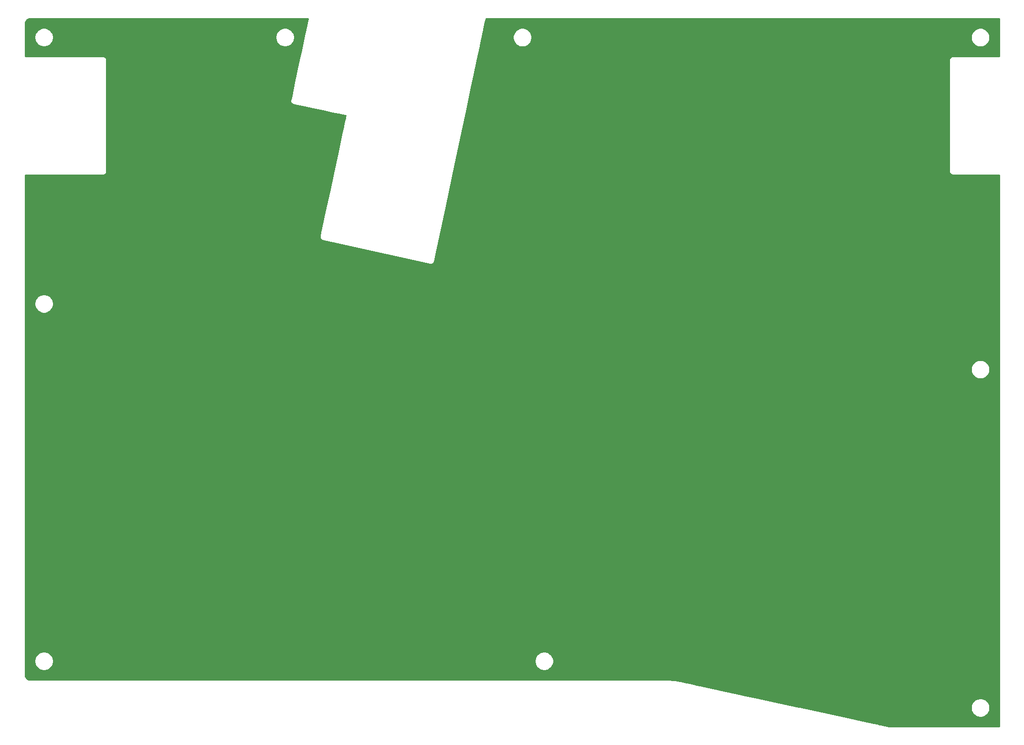
<source format=gtl>
G04 #@! TF.GenerationSoftware,KiCad,Pcbnew,(5.1.5-0-10_14)*
G04 #@! TF.CreationDate,2020-05-14T05:30:03+09:00*
G04 #@! TF.ProjectId,LR-bottom-v02,4c522d62-6f74-4746-9f6d-2d7630322e6b,rev?*
G04 #@! TF.SameCoordinates,Original*
G04 #@! TF.FileFunction,Copper,L1,Top*
G04 #@! TF.FilePolarity,Positive*
%FSLAX46Y46*%
G04 Gerber Fmt 4.6, Leading zero omitted, Abs format (unit mm)*
G04 Created by KiCad (PCBNEW (5.1.5-0-10_14)) date 2020-05-14 05:30:03*
%MOMM*%
%LPD*%
G04 APERTURE LIST*
%ADD10C,0.254000*%
G04 APERTURE END LIST*
D10*
G36*
X110054015Y-29175174D02*
G01*
X110054015Y-29175176D01*
X109979966Y-29523543D01*
X109979964Y-29523552D01*
X109894912Y-29923669D01*
X109799830Y-30370967D01*
X109641470Y-31115946D01*
X109641469Y-31115952D01*
X109402751Y-32238947D01*
X109402741Y-32238992D01*
X109141329Y-33468740D01*
X109141315Y-33468805D01*
X108864935Y-34768956D01*
X108581352Y-36102988D01*
X108581346Y-36103017D01*
X108157871Y-38095119D01*
X108157865Y-38095148D01*
X107640355Y-40529597D01*
X107640355Y-40529598D01*
X107065302Y-43234737D01*
X106976826Y-43650943D01*
X106969893Y-43712748D01*
X106962538Y-43774684D01*
X106962704Y-43776828D01*
X106962466Y-43778950D01*
X106967664Y-43840871D01*
X106972485Y-43903108D01*
X106973063Y-43905174D01*
X106973242Y-43907307D01*
X106990392Y-43967122D01*
X107007186Y-44027156D01*
X107008154Y-44029070D01*
X107008744Y-44031128D01*
X107037206Y-44086512D01*
X107065320Y-44142100D01*
X107066640Y-44143787D01*
X107067620Y-44145695D01*
X107106325Y-44194531D01*
X107144674Y-44243564D01*
X107146297Y-44244963D01*
X107147628Y-44246643D01*
X107195070Y-44287022D01*
X107242223Y-44327682D01*
X107244086Y-44328739D01*
X107245719Y-44330129D01*
X107300147Y-44360550D01*
X107354254Y-44391251D01*
X107356285Y-44391925D01*
X107358159Y-44392973D01*
X107417474Y-44412247D01*
X107476498Y-44431849D01*
X107480502Y-44432727D01*
X107480662Y-44432779D01*
X107480831Y-44432799D01*
X107485500Y-44433823D01*
X107749979Y-44489903D01*
X107750008Y-44489909D01*
X109473207Y-44855296D01*
X109473236Y-44855302D01*
X111027642Y-45184900D01*
X111027671Y-45184906D01*
X112733075Y-45546523D01*
X114405828Y-45901219D01*
X114405857Y-45901225D01*
X115517538Y-46136950D01*
X115517542Y-46136950D01*
X116157317Y-46272614D01*
X116157346Y-46272620D01*
X116685735Y-46384665D01*
X116685739Y-46384665D01*
X116722508Y-46392463D01*
X116684613Y-46570266D01*
X116639269Y-46783019D01*
X116639254Y-46783088D01*
X116563228Y-47139818D01*
X116563227Y-47139824D01*
X116446139Y-47689221D01*
X116446139Y-47689223D01*
X116313332Y-48312382D01*
X116313308Y-48312489D01*
X116089285Y-49363662D01*
X115835133Y-50556207D01*
X115654098Y-51405670D01*
X115654098Y-51405671D01*
X115368098Y-52747668D01*
X114964712Y-54640476D01*
X114964712Y-54640477D01*
X114548539Y-56593291D01*
X113924036Y-59523654D01*
X113156634Y-63124554D01*
X113156634Y-63124555D01*
X112299708Y-67145546D01*
X112174524Y-67732950D01*
X112165216Y-67761410D01*
X112149684Y-67890488D01*
X112159632Y-68020114D01*
X112194677Y-68145310D01*
X112253475Y-68261263D01*
X112333763Y-68363518D01*
X112432457Y-68448144D01*
X112545765Y-68511890D01*
X112638370Y-68542179D01*
X131742784Y-72772852D01*
X131839519Y-72784492D01*
X131969146Y-72774544D01*
X132094342Y-72739499D01*
X132210295Y-72680701D01*
X132312550Y-72600413D01*
X132397176Y-72501719D01*
X132460922Y-72388411D01*
X132501337Y-72264844D01*
X132505577Y-72229611D01*
X132770741Y-70979908D01*
X134516166Y-62753825D01*
X136070928Y-55426310D01*
X137328497Y-49499437D01*
X137328497Y-49499435D01*
X138162026Y-45571038D01*
X138965005Y-41786611D01*
X139530072Y-39123455D01*
X139885557Y-37448055D01*
X139885557Y-37448053D01*
X140219548Y-35873948D01*
X140528967Y-34415647D01*
X140810734Y-33087663D01*
X140968512Y-32344042D01*
X146415000Y-32344042D01*
X146415000Y-32675958D01*
X146479754Y-33001496D01*
X146606772Y-33308147D01*
X146791175Y-33584125D01*
X147025875Y-33818825D01*
X147301853Y-34003228D01*
X147608504Y-34130246D01*
X147934042Y-34195000D01*
X148265958Y-34195000D01*
X148591496Y-34130246D01*
X148898147Y-34003228D01*
X149174125Y-33818825D01*
X149408825Y-33584125D01*
X149593228Y-33308147D01*
X149720246Y-33001496D01*
X149785000Y-32675958D01*
X149785000Y-32344042D01*
X227645000Y-32344042D01*
X227645000Y-32675958D01*
X227709754Y-33001496D01*
X227836772Y-33308147D01*
X228021175Y-33584125D01*
X228255875Y-33818825D01*
X228531853Y-34003228D01*
X228838504Y-34130246D01*
X229164042Y-34195000D01*
X229495958Y-34195000D01*
X229821496Y-34130246D01*
X230128147Y-34003228D01*
X230404125Y-33818825D01*
X230638825Y-33584125D01*
X230823228Y-33308147D01*
X230950246Y-33001496D01*
X231015000Y-32675958D01*
X231015000Y-32344042D01*
X230950246Y-32018504D01*
X230823228Y-31711853D01*
X230638825Y-31435875D01*
X230404125Y-31201175D01*
X230128147Y-31016772D01*
X229821496Y-30889754D01*
X229495958Y-30825000D01*
X229164042Y-30825000D01*
X228838504Y-30889754D01*
X228531853Y-31016772D01*
X228255875Y-31201175D01*
X228021175Y-31435875D01*
X227836772Y-31711853D01*
X227709754Y-32018504D01*
X227645000Y-32344042D01*
X149785000Y-32344042D01*
X149720246Y-32018504D01*
X149593228Y-31711853D01*
X149408825Y-31435875D01*
X149174125Y-31201175D01*
X148898147Y-31016772D01*
X148591496Y-30889754D01*
X148265958Y-30825000D01*
X147934042Y-30825000D01*
X147608504Y-30889754D01*
X147301853Y-31016772D01*
X147025875Y-31201175D01*
X146791175Y-31435875D01*
X146606772Y-31711853D01*
X146479754Y-32018504D01*
X146415000Y-32344042D01*
X140968512Y-32344042D01*
X141061748Y-31904613D01*
X141061772Y-31904506D01*
X141226901Y-31126233D01*
X141326485Y-30656881D01*
X141326485Y-30656877D01*
X141416653Y-30231898D01*
X141497023Y-29853101D01*
X141497023Y-29853097D01*
X141567185Y-29522407D01*
X141567209Y-29522298D01*
X141626825Y-29241310D01*
X141626826Y-29241305D01*
X141642548Y-29167199D01*
X232667848Y-29167199D01*
X232667848Y-35823392D01*
X224497360Y-35823392D01*
X224464941Y-35820199D01*
X224335558Y-35832942D01*
X224211148Y-35870682D01*
X224096491Y-35931967D01*
X223995993Y-36014444D01*
X223913516Y-36114943D01*
X223852231Y-36229600D01*
X223814491Y-36354010D01*
X223804941Y-36450974D01*
X223804942Y-56256020D01*
X223801748Y-56288449D01*
X223814491Y-56417832D01*
X223852231Y-56542242D01*
X223913516Y-56656899D01*
X223995993Y-56757397D01*
X224096491Y-56839874D01*
X224211148Y-56901159D01*
X224335558Y-56938899D01*
X224432522Y-56948449D01*
X224464941Y-56951642D01*
X224497360Y-56948449D01*
X232667848Y-56948449D01*
X232667848Y-154847199D01*
X213884767Y-154847199D01*
X213834003Y-154846980D01*
X213788893Y-154846410D01*
X213736248Y-154845292D01*
X213690501Y-154843933D01*
X213641151Y-154842054D01*
X213598155Y-154840072D01*
X213555314Y-154837772D01*
X213511487Y-154835084D01*
X213467781Y-154832072D01*
X213426164Y-154828893D01*
X213379478Y-154824961D01*
X213335143Y-154820878D01*
X213293692Y-154816745D01*
X213250621Y-154812129D01*
X213210188Y-154807497D01*
X213167808Y-154802333D01*
X213126888Y-154797046D01*
X213086610Y-154791549D01*
X213044807Y-154785542D01*
X213005914Y-154779670D01*
X212963739Y-154772997D01*
X212921758Y-154766038D01*
X212879173Y-154758654D01*
X212840186Y-154751608D01*
X212800023Y-154744062D01*
X212761802Y-154736607D01*
X212723844Y-154728938D01*
X212676620Y-154719035D01*
X212664876Y-154716510D01*
X212553275Y-154692280D01*
X212553273Y-154692280D01*
X212301911Y-154637705D01*
X212301910Y-154637705D01*
X212301906Y-154637704D01*
X212018709Y-154576220D01*
X212018661Y-154576209D01*
X211704589Y-154508023D01*
X211448524Y-154452430D01*
X211448525Y-154452430D01*
X211448520Y-154452429D01*
X211269338Y-154413529D01*
X211269332Y-154413528D01*
X210988200Y-154352494D01*
X210988123Y-154352477D01*
X210380881Y-154220646D01*
X210380879Y-154220646D01*
X209708345Y-154074641D01*
X209708315Y-154074634D01*
X209231195Y-153971052D01*
X209231189Y-153971051D01*
X208474491Y-153806777D01*
X207385426Y-153570347D01*
X207385422Y-153570346D01*
X206216957Y-153316682D01*
X206216927Y-153316675D01*
X204340956Y-152909416D01*
X204340850Y-152909392D01*
X201627592Y-152320368D01*
X201627590Y-152320368D01*
X197273420Y-151375119D01*
X197130268Y-151344042D01*
X227645000Y-151344042D01*
X227645000Y-151675958D01*
X227709754Y-152001496D01*
X227836772Y-152308147D01*
X228021175Y-152584125D01*
X228255875Y-152818825D01*
X228531853Y-153003228D01*
X228838504Y-153130246D01*
X229164042Y-153195000D01*
X229495958Y-153195000D01*
X229821496Y-153130246D01*
X230128147Y-153003228D01*
X230404125Y-152818825D01*
X230638825Y-152584125D01*
X230823228Y-152308147D01*
X230950246Y-152001496D01*
X231015000Y-151675958D01*
X231015000Y-151344042D01*
X230950246Y-151018504D01*
X230823228Y-150711853D01*
X230638825Y-150435875D01*
X230404125Y-150201175D01*
X230128147Y-150016772D01*
X229821496Y-149889754D01*
X229495958Y-149825000D01*
X229164042Y-149825000D01*
X228838504Y-149889754D01*
X228531853Y-150016772D01*
X228255875Y-150201175D01*
X228021175Y-150435875D01*
X227836772Y-150711853D01*
X227709754Y-151018504D01*
X227645000Y-151344042D01*
X197130268Y-151344042D01*
X192752021Y-150393567D01*
X189771231Y-149746467D01*
X189771201Y-149746460D01*
X187602475Y-149275650D01*
X186199859Y-148971155D01*
X186199851Y-148971154D01*
X184177460Y-148532109D01*
X184177452Y-148532108D01*
X182301385Y-148124828D01*
X181132886Y-147871155D01*
X180043821Y-147634725D01*
X179042581Y-147417361D01*
X179042551Y-147417354D01*
X178137436Y-147220856D01*
X178137430Y-147220855D01*
X177336840Y-147047047D01*
X177336832Y-147047046D01*
X176813795Y-146933494D01*
X176813736Y-146933481D01*
X176615072Y-146890350D01*
X176615069Y-146890350D01*
X176538517Y-146873730D01*
X176538452Y-146873715D01*
X176426888Y-146849495D01*
X176426885Y-146849495D01*
X176216426Y-146803802D01*
X175965109Y-146749239D01*
X175965061Y-146749228D01*
X175853055Y-146724911D01*
X175852919Y-146724895D01*
X175850332Y-146724326D01*
X175805854Y-146714866D01*
X175805691Y-146714848D01*
X175801414Y-146713938D01*
X175759500Y-146705324D01*
X175759341Y-146705307D01*
X175755169Y-146704449D01*
X175711890Y-146695856D01*
X175711730Y-146695840D01*
X175707315Y-146694964D01*
X175661357Y-146686176D01*
X175661191Y-146686161D01*
X175656807Y-146685323D01*
X175613422Y-146677342D01*
X175613265Y-146677329D01*
X175608906Y-146676527D01*
X175564155Y-146668616D01*
X175563988Y-146668603D01*
X175559603Y-146667828D01*
X175514801Y-146660231D01*
X175514638Y-146660220D01*
X175510207Y-146659469D01*
X175465357Y-146652189D01*
X175465200Y-146652179D01*
X175460614Y-146651436D01*
X175413074Y-146644074D01*
X175412910Y-146644065D01*
X175408432Y-146643372D01*
X175364809Y-146636934D01*
X175364640Y-146636926D01*
X175360107Y-146636258D01*
X175312473Y-146629578D01*
X175312313Y-146629571D01*
X175307618Y-146628915D01*
X175259937Y-146622589D01*
X175259768Y-146622583D01*
X175255100Y-146621966D01*
X175208704Y-146616159D01*
X175208545Y-146616155D01*
X175204007Y-146615588D01*
X175158896Y-146610270D01*
X175158734Y-146610267D01*
X175154253Y-146609739D01*
X175109108Y-146604741D01*
X175108944Y-146604739D01*
X175104424Y-146604239D01*
X175057580Y-146599391D01*
X175057415Y-146599390D01*
X175052792Y-146598913D01*
X175006583Y-146594471D01*
X175006416Y-146594471D01*
X175001795Y-146594029D01*
X174955220Y-146589894D01*
X174955058Y-146589895D01*
X174950333Y-146589478D01*
X174901733Y-146585527D01*
X174901567Y-146585530D01*
X174896723Y-146585139D01*
X174848092Y-146581558D01*
X174847928Y-146581562D01*
X174842906Y-146581197D01*
X174790914Y-146577780D01*
X174790754Y-146577785D01*
X174785737Y-146577460D01*
X174737721Y-146574683D01*
X174737561Y-146574689D01*
X174732806Y-146574417D01*
X174684766Y-146571998D01*
X174684605Y-146572006D01*
X174679810Y-146571767D01*
X174631749Y-146569709D01*
X174631586Y-146569718D01*
X174626685Y-146569512D01*
X174577272Y-146567776D01*
X174577115Y-146567786D01*
X174572017Y-146567612D01*
X174519916Y-146566197D01*
X174519750Y-146566209D01*
X174514558Y-146566074D01*
X174462440Y-146565082D01*
X174462288Y-146565094D01*
X174456853Y-146564999D01*
X174402051Y-146564420D01*
X174401889Y-146564434D01*
X174397118Y-146564386D01*
X174357015Y-146564262D01*
X174356905Y-146564272D01*
X174354974Y-146564259D01*
X60858289Y-146564259D01*
X60822928Y-146563695D01*
X60794246Y-146562346D01*
X60766806Y-146560229D01*
X60740230Y-146557405D01*
X60714508Y-146553937D01*
X60688004Y-146549597D01*
X60660656Y-146544304D01*
X60637113Y-146539067D01*
X60612976Y-146533030D01*
X60590321Y-146526736D01*
X60565389Y-146519096D01*
X60543592Y-146511794D01*
X60522347Y-146504090D01*
X60499167Y-146495017D01*
X60478766Y-146486438D01*
X60457383Y-146476825D01*
X60436765Y-146466939D01*
X60416199Y-146456452D01*
X60397226Y-146446198D01*
X60377513Y-146434935D01*
X60357996Y-146423149D01*
X60339965Y-146411673D01*
X60322066Y-146399695D01*
X60304376Y-146387256D01*
X60287006Y-146374435D01*
X60269735Y-146361056D01*
X60253080Y-146347530D01*
X60237305Y-146334118D01*
X60221421Y-146319989D01*
X60205879Y-146305519D01*
X60189256Y-146289318D01*
X60173266Y-146272977D01*
X60158959Y-146257682D01*
X60144912Y-146241971D01*
X60131116Y-146225818D01*
X60117990Y-146209734D01*
X60104501Y-146192411D01*
X60092307Y-146175993D01*
X60078619Y-146156623D01*
X60066012Y-146137823D01*
X60054305Y-146119437D01*
X60043015Y-146100755D01*
X60031949Y-146081433D01*
X60021286Y-146061746D01*
X60011338Y-146042291D01*
X60001231Y-146021288D01*
X59991007Y-145998588D01*
X59982422Y-145978181D01*
X59973848Y-145956322D01*
X59966083Y-145934999D01*
X59958565Y-145912644D01*
X59950588Y-145886644D01*
X59944346Y-145864170D01*
X59938197Y-145839563D01*
X59932918Y-145815783D01*
X59928023Y-145790563D01*
X59923891Y-145765674D01*
X59920050Y-145737636D01*
X59917192Y-145710987D01*
X59915013Y-145682923D01*
X59913650Y-145654013D01*
X59913096Y-145619937D01*
X59913096Y-143054042D01*
X61565000Y-143054042D01*
X61565000Y-143385958D01*
X61629754Y-143711496D01*
X61756772Y-144018147D01*
X61941175Y-144294125D01*
X62175875Y-144528825D01*
X62451853Y-144713228D01*
X62758504Y-144840246D01*
X63084042Y-144905000D01*
X63415958Y-144905000D01*
X63741496Y-144840246D01*
X64048147Y-144713228D01*
X64324125Y-144528825D01*
X64558825Y-144294125D01*
X64743228Y-144018147D01*
X64870246Y-143711496D01*
X64935000Y-143385958D01*
X64935000Y-143054042D01*
X150275000Y-143054042D01*
X150275000Y-143385958D01*
X150339754Y-143711496D01*
X150466772Y-144018147D01*
X150651175Y-144294125D01*
X150885875Y-144528825D01*
X151161853Y-144713228D01*
X151468504Y-144840246D01*
X151794042Y-144905000D01*
X152125958Y-144905000D01*
X152451496Y-144840246D01*
X152758147Y-144713228D01*
X153034125Y-144528825D01*
X153268825Y-144294125D01*
X153453228Y-144018147D01*
X153580246Y-143711496D01*
X153645000Y-143385958D01*
X153645000Y-143054042D01*
X153580246Y-142728504D01*
X153453228Y-142421853D01*
X153268825Y-142145875D01*
X153034125Y-141911175D01*
X152758147Y-141726772D01*
X152451496Y-141599754D01*
X152125958Y-141535000D01*
X151794042Y-141535000D01*
X151468504Y-141599754D01*
X151161853Y-141726772D01*
X150885875Y-141911175D01*
X150651175Y-142145875D01*
X150466772Y-142421853D01*
X150339754Y-142728504D01*
X150275000Y-143054042D01*
X64935000Y-143054042D01*
X64870246Y-142728504D01*
X64743228Y-142421853D01*
X64558825Y-142145875D01*
X64324125Y-141911175D01*
X64048147Y-141726772D01*
X63741496Y-141599754D01*
X63415958Y-141535000D01*
X63084042Y-141535000D01*
X62758504Y-141599754D01*
X62451853Y-141726772D01*
X62175875Y-141911175D01*
X61941175Y-142145875D01*
X61756772Y-142421853D01*
X61629754Y-142728504D01*
X61565000Y-143054042D01*
X59913096Y-143054042D01*
X59913096Y-91284042D01*
X227645000Y-91284042D01*
X227645000Y-91615958D01*
X227709754Y-91941496D01*
X227836772Y-92248147D01*
X228021175Y-92524125D01*
X228255875Y-92758825D01*
X228531853Y-92943228D01*
X228838504Y-93070246D01*
X229164042Y-93135000D01*
X229495958Y-93135000D01*
X229821496Y-93070246D01*
X230128147Y-92943228D01*
X230404125Y-92758825D01*
X230638825Y-92524125D01*
X230823228Y-92248147D01*
X230950246Y-91941496D01*
X231015000Y-91615958D01*
X231015000Y-91284042D01*
X230950246Y-90958504D01*
X230823228Y-90651853D01*
X230638825Y-90375875D01*
X230404125Y-90141175D01*
X230128147Y-89956772D01*
X229821496Y-89829754D01*
X229495958Y-89765000D01*
X229164042Y-89765000D01*
X228838504Y-89829754D01*
X228531853Y-89956772D01*
X228255875Y-90141175D01*
X228021175Y-90375875D01*
X227836772Y-90651853D01*
X227709754Y-90958504D01*
X227645000Y-91284042D01*
X59913096Y-91284042D01*
X59913096Y-79614042D01*
X61565000Y-79614042D01*
X61565000Y-79945958D01*
X61629754Y-80271496D01*
X61756772Y-80578147D01*
X61941175Y-80854125D01*
X62175875Y-81088825D01*
X62451853Y-81273228D01*
X62758504Y-81400246D01*
X63084042Y-81465000D01*
X63415958Y-81465000D01*
X63741496Y-81400246D01*
X64048147Y-81273228D01*
X64324125Y-81088825D01*
X64558825Y-80854125D01*
X64743228Y-80578147D01*
X64870246Y-80271496D01*
X64935000Y-79945958D01*
X64935000Y-79614042D01*
X64870246Y-79288504D01*
X64743228Y-78981853D01*
X64558825Y-78705875D01*
X64324125Y-78471175D01*
X64048147Y-78286772D01*
X63741496Y-78159754D01*
X63415958Y-78095000D01*
X63084042Y-78095000D01*
X62758504Y-78159754D01*
X62451853Y-78286772D01*
X62175875Y-78471175D01*
X61941175Y-78705875D01*
X61756772Y-78981853D01*
X61629754Y-79288504D01*
X61565000Y-79614042D01*
X59913096Y-79614042D01*
X59913096Y-56948449D01*
X73690295Y-56948449D01*
X73722714Y-56951642D01*
X73852096Y-56938899D01*
X73976506Y-56901159D01*
X74091163Y-56839874D01*
X74191662Y-56757397D01*
X74274139Y-56656899D01*
X74335424Y-56542242D01*
X74373164Y-56417832D01*
X74382714Y-56320868D01*
X74382714Y-36573553D01*
X74385907Y-36541134D01*
X74373164Y-36411751D01*
X74335424Y-36287341D01*
X74274139Y-36172684D01*
X74191662Y-36072186D01*
X74091164Y-35989709D01*
X73976507Y-35928424D01*
X73852097Y-35890684D01*
X73785217Y-35884097D01*
X73722714Y-35877941D01*
X73690295Y-35881134D01*
X59913096Y-35881134D01*
X59913096Y-32334042D01*
X61565000Y-32334042D01*
X61565000Y-32665958D01*
X61629754Y-32991496D01*
X61756772Y-33298147D01*
X61941175Y-33574125D01*
X62175875Y-33808825D01*
X62451853Y-33993228D01*
X62758504Y-34120246D01*
X63084042Y-34185000D01*
X63415958Y-34185000D01*
X63741496Y-34120246D01*
X64048147Y-33993228D01*
X64324125Y-33808825D01*
X64558825Y-33574125D01*
X64743228Y-33298147D01*
X64870246Y-32991496D01*
X64935000Y-32665958D01*
X64935000Y-32334042D01*
X104315000Y-32334042D01*
X104315000Y-32665958D01*
X104379754Y-32991496D01*
X104506772Y-33298147D01*
X104691175Y-33574125D01*
X104925875Y-33808825D01*
X105201853Y-33993228D01*
X105508504Y-34120246D01*
X105834042Y-34185000D01*
X106165958Y-34185000D01*
X106491496Y-34120246D01*
X106798147Y-33993228D01*
X107074125Y-33808825D01*
X107308825Y-33574125D01*
X107493228Y-33298147D01*
X107620246Y-32991496D01*
X107685000Y-32665958D01*
X107685000Y-32334042D01*
X107620246Y-32008504D01*
X107493228Y-31701853D01*
X107308825Y-31425875D01*
X107074125Y-31191175D01*
X106798147Y-31006772D01*
X106491496Y-30879754D01*
X106165958Y-30815000D01*
X105834042Y-30815000D01*
X105508504Y-30879754D01*
X105201853Y-31006772D01*
X104925875Y-31191175D01*
X104691175Y-31425875D01*
X104506772Y-31701853D01*
X104379754Y-32008504D01*
X104315000Y-32334042D01*
X64935000Y-32334042D01*
X64870246Y-32008504D01*
X64743228Y-31701853D01*
X64558825Y-31425875D01*
X64324125Y-31191175D01*
X64048147Y-31006772D01*
X63741496Y-30879754D01*
X63415958Y-30815000D01*
X63084042Y-30815000D01*
X62758504Y-30879754D01*
X62451853Y-31006772D01*
X62175875Y-31191175D01*
X61941175Y-31425875D01*
X61756772Y-31701853D01*
X61629754Y-32008504D01*
X61565000Y-32334042D01*
X59913096Y-32334042D01*
X59913096Y-30112204D01*
X59913620Y-30077578D01*
X59914933Y-30048734D01*
X59917022Y-30020987D01*
X59919800Y-29994361D01*
X59923315Y-29967951D01*
X59927510Y-29942048D01*
X59932449Y-29916182D01*
X59937760Y-29891971D01*
X59943546Y-29868591D01*
X59950614Y-29843021D01*
X59957687Y-29819904D01*
X59965434Y-29796771D01*
X59973504Y-29774612D01*
X59983212Y-29750022D01*
X59992166Y-29728977D01*
X60001402Y-29708661D01*
X60010928Y-29688967D01*
X60021288Y-29668788D01*
X60031824Y-29649427D01*
X60043173Y-29629701D01*
X60054179Y-29611567D01*
X60065866Y-29593273D01*
X60077655Y-29575707D01*
X60090082Y-29558071D01*
X60103106Y-29540460D01*
X60116217Y-29523552D01*
X60129552Y-29507133D01*
X60143190Y-29491088D01*
X60158339Y-29474077D01*
X60173199Y-29458153D01*
X60187663Y-29443336D01*
X60202893Y-29428406D01*
X60218353Y-29413917D01*
X60233927Y-29399961D01*
X60251851Y-29384639D01*
X60268459Y-29371102D01*
X60285149Y-29358116D01*
X60301865Y-29345702D01*
X60321920Y-29331535D01*
X60339171Y-29319956D01*
X60357467Y-29308268D01*
X60375688Y-29297209D01*
X60394614Y-29286309D01*
X60413731Y-29275885D01*
X60434971Y-29264965D01*
X60454546Y-29255496D01*
X60474984Y-29246203D01*
X60495367Y-29237522D01*
X60518326Y-29228418D01*
X60540230Y-29220375D01*
X60561942Y-29213016D01*
X60584528Y-29205991D01*
X60608231Y-29199288D01*
X60632008Y-29193240D01*
X60656364Y-29187733D01*
X60681809Y-29182707D01*
X60708476Y-29178219D01*
X60734214Y-29174633D01*
X60761345Y-29171635D01*
X60788458Y-29169426D01*
X60817265Y-29167932D01*
X60851231Y-29167207D01*
X60854064Y-29167199D01*
X110055710Y-29167199D01*
X110054015Y-29175174D01*
G37*
X110054015Y-29175174D02*
X110054015Y-29175176D01*
X109979966Y-29523543D01*
X109979964Y-29523552D01*
X109894912Y-29923669D01*
X109799830Y-30370967D01*
X109641470Y-31115946D01*
X109641469Y-31115952D01*
X109402751Y-32238947D01*
X109402741Y-32238992D01*
X109141329Y-33468740D01*
X109141315Y-33468805D01*
X108864935Y-34768956D01*
X108581352Y-36102988D01*
X108581346Y-36103017D01*
X108157871Y-38095119D01*
X108157865Y-38095148D01*
X107640355Y-40529597D01*
X107640355Y-40529598D01*
X107065302Y-43234737D01*
X106976826Y-43650943D01*
X106969893Y-43712748D01*
X106962538Y-43774684D01*
X106962704Y-43776828D01*
X106962466Y-43778950D01*
X106967664Y-43840871D01*
X106972485Y-43903108D01*
X106973063Y-43905174D01*
X106973242Y-43907307D01*
X106990392Y-43967122D01*
X107007186Y-44027156D01*
X107008154Y-44029070D01*
X107008744Y-44031128D01*
X107037206Y-44086512D01*
X107065320Y-44142100D01*
X107066640Y-44143787D01*
X107067620Y-44145695D01*
X107106325Y-44194531D01*
X107144674Y-44243564D01*
X107146297Y-44244963D01*
X107147628Y-44246643D01*
X107195070Y-44287022D01*
X107242223Y-44327682D01*
X107244086Y-44328739D01*
X107245719Y-44330129D01*
X107300147Y-44360550D01*
X107354254Y-44391251D01*
X107356285Y-44391925D01*
X107358159Y-44392973D01*
X107417474Y-44412247D01*
X107476498Y-44431849D01*
X107480502Y-44432727D01*
X107480662Y-44432779D01*
X107480831Y-44432799D01*
X107485500Y-44433823D01*
X107749979Y-44489903D01*
X107750008Y-44489909D01*
X109473207Y-44855296D01*
X109473236Y-44855302D01*
X111027642Y-45184900D01*
X111027671Y-45184906D01*
X112733075Y-45546523D01*
X114405828Y-45901219D01*
X114405857Y-45901225D01*
X115517538Y-46136950D01*
X115517542Y-46136950D01*
X116157317Y-46272614D01*
X116157346Y-46272620D01*
X116685735Y-46384665D01*
X116685739Y-46384665D01*
X116722508Y-46392463D01*
X116684613Y-46570266D01*
X116639269Y-46783019D01*
X116639254Y-46783088D01*
X116563228Y-47139818D01*
X116563227Y-47139824D01*
X116446139Y-47689221D01*
X116446139Y-47689223D01*
X116313332Y-48312382D01*
X116313308Y-48312489D01*
X116089285Y-49363662D01*
X115835133Y-50556207D01*
X115654098Y-51405670D01*
X115654098Y-51405671D01*
X115368098Y-52747668D01*
X114964712Y-54640476D01*
X114964712Y-54640477D01*
X114548539Y-56593291D01*
X113924036Y-59523654D01*
X113156634Y-63124554D01*
X113156634Y-63124555D01*
X112299708Y-67145546D01*
X112174524Y-67732950D01*
X112165216Y-67761410D01*
X112149684Y-67890488D01*
X112159632Y-68020114D01*
X112194677Y-68145310D01*
X112253475Y-68261263D01*
X112333763Y-68363518D01*
X112432457Y-68448144D01*
X112545765Y-68511890D01*
X112638370Y-68542179D01*
X131742784Y-72772852D01*
X131839519Y-72784492D01*
X131969146Y-72774544D01*
X132094342Y-72739499D01*
X132210295Y-72680701D01*
X132312550Y-72600413D01*
X132397176Y-72501719D01*
X132460922Y-72388411D01*
X132501337Y-72264844D01*
X132505577Y-72229611D01*
X132770741Y-70979908D01*
X134516166Y-62753825D01*
X136070928Y-55426310D01*
X137328497Y-49499437D01*
X137328497Y-49499435D01*
X138162026Y-45571038D01*
X138965005Y-41786611D01*
X139530072Y-39123455D01*
X139885557Y-37448055D01*
X139885557Y-37448053D01*
X140219548Y-35873948D01*
X140528967Y-34415647D01*
X140810734Y-33087663D01*
X140968512Y-32344042D01*
X146415000Y-32344042D01*
X146415000Y-32675958D01*
X146479754Y-33001496D01*
X146606772Y-33308147D01*
X146791175Y-33584125D01*
X147025875Y-33818825D01*
X147301853Y-34003228D01*
X147608504Y-34130246D01*
X147934042Y-34195000D01*
X148265958Y-34195000D01*
X148591496Y-34130246D01*
X148898147Y-34003228D01*
X149174125Y-33818825D01*
X149408825Y-33584125D01*
X149593228Y-33308147D01*
X149720246Y-33001496D01*
X149785000Y-32675958D01*
X149785000Y-32344042D01*
X227645000Y-32344042D01*
X227645000Y-32675958D01*
X227709754Y-33001496D01*
X227836772Y-33308147D01*
X228021175Y-33584125D01*
X228255875Y-33818825D01*
X228531853Y-34003228D01*
X228838504Y-34130246D01*
X229164042Y-34195000D01*
X229495958Y-34195000D01*
X229821496Y-34130246D01*
X230128147Y-34003228D01*
X230404125Y-33818825D01*
X230638825Y-33584125D01*
X230823228Y-33308147D01*
X230950246Y-33001496D01*
X231015000Y-32675958D01*
X231015000Y-32344042D01*
X230950246Y-32018504D01*
X230823228Y-31711853D01*
X230638825Y-31435875D01*
X230404125Y-31201175D01*
X230128147Y-31016772D01*
X229821496Y-30889754D01*
X229495958Y-30825000D01*
X229164042Y-30825000D01*
X228838504Y-30889754D01*
X228531853Y-31016772D01*
X228255875Y-31201175D01*
X228021175Y-31435875D01*
X227836772Y-31711853D01*
X227709754Y-32018504D01*
X227645000Y-32344042D01*
X149785000Y-32344042D01*
X149720246Y-32018504D01*
X149593228Y-31711853D01*
X149408825Y-31435875D01*
X149174125Y-31201175D01*
X148898147Y-31016772D01*
X148591496Y-30889754D01*
X148265958Y-30825000D01*
X147934042Y-30825000D01*
X147608504Y-30889754D01*
X147301853Y-31016772D01*
X147025875Y-31201175D01*
X146791175Y-31435875D01*
X146606772Y-31711853D01*
X146479754Y-32018504D01*
X146415000Y-32344042D01*
X140968512Y-32344042D01*
X141061748Y-31904613D01*
X141061772Y-31904506D01*
X141226901Y-31126233D01*
X141326485Y-30656881D01*
X141326485Y-30656877D01*
X141416653Y-30231898D01*
X141497023Y-29853101D01*
X141497023Y-29853097D01*
X141567185Y-29522407D01*
X141567209Y-29522298D01*
X141626825Y-29241310D01*
X141626826Y-29241305D01*
X141642548Y-29167199D01*
X232667848Y-29167199D01*
X232667848Y-35823392D01*
X224497360Y-35823392D01*
X224464941Y-35820199D01*
X224335558Y-35832942D01*
X224211148Y-35870682D01*
X224096491Y-35931967D01*
X223995993Y-36014444D01*
X223913516Y-36114943D01*
X223852231Y-36229600D01*
X223814491Y-36354010D01*
X223804941Y-36450974D01*
X223804942Y-56256020D01*
X223801748Y-56288449D01*
X223814491Y-56417832D01*
X223852231Y-56542242D01*
X223913516Y-56656899D01*
X223995993Y-56757397D01*
X224096491Y-56839874D01*
X224211148Y-56901159D01*
X224335558Y-56938899D01*
X224432522Y-56948449D01*
X224464941Y-56951642D01*
X224497360Y-56948449D01*
X232667848Y-56948449D01*
X232667848Y-154847199D01*
X213884767Y-154847199D01*
X213834003Y-154846980D01*
X213788893Y-154846410D01*
X213736248Y-154845292D01*
X213690501Y-154843933D01*
X213641151Y-154842054D01*
X213598155Y-154840072D01*
X213555314Y-154837772D01*
X213511487Y-154835084D01*
X213467781Y-154832072D01*
X213426164Y-154828893D01*
X213379478Y-154824961D01*
X213335143Y-154820878D01*
X213293692Y-154816745D01*
X213250621Y-154812129D01*
X213210188Y-154807497D01*
X213167808Y-154802333D01*
X213126888Y-154797046D01*
X213086610Y-154791549D01*
X213044807Y-154785542D01*
X213005914Y-154779670D01*
X212963739Y-154772997D01*
X212921758Y-154766038D01*
X212879173Y-154758654D01*
X212840186Y-154751608D01*
X212800023Y-154744062D01*
X212761802Y-154736607D01*
X212723844Y-154728938D01*
X212676620Y-154719035D01*
X212664876Y-154716510D01*
X212553275Y-154692280D01*
X212553273Y-154692280D01*
X212301911Y-154637705D01*
X212301910Y-154637705D01*
X212301906Y-154637704D01*
X212018709Y-154576220D01*
X212018661Y-154576209D01*
X211704589Y-154508023D01*
X211448524Y-154452430D01*
X211448525Y-154452430D01*
X211448520Y-154452429D01*
X211269338Y-154413529D01*
X211269332Y-154413528D01*
X210988200Y-154352494D01*
X210988123Y-154352477D01*
X210380881Y-154220646D01*
X210380879Y-154220646D01*
X209708345Y-154074641D01*
X209708315Y-154074634D01*
X209231195Y-153971052D01*
X209231189Y-153971051D01*
X208474491Y-153806777D01*
X207385426Y-153570347D01*
X207385422Y-153570346D01*
X206216957Y-153316682D01*
X206216927Y-153316675D01*
X204340956Y-152909416D01*
X204340850Y-152909392D01*
X201627592Y-152320368D01*
X201627590Y-152320368D01*
X197273420Y-151375119D01*
X197130268Y-151344042D01*
X227645000Y-151344042D01*
X227645000Y-151675958D01*
X227709754Y-152001496D01*
X227836772Y-152308147D01*
X228021175Y-152584125D01*
X228255875Y-152818825D01*
X228531853Y-153003228D01*
X228838504Y-153130246D01*
X229164042Y-153195000D01*
X229495958Y-153195000D01*
X229821496Y-153130246D01*
X230128147Y-153003228D01*
X230404125Y-152818825D01*
X230638825Y-152584125D01*
X230823228Y-152308147D01*
X230950246Y-152001496D01*
X231015000Y-151675958D01*
X231015000Y-151344042D01*
X230950246Y-151018504D01*
X230823228Y-150711853D01*
X230638825Y-150435875D01*
X230404125Y-150201175D01*
X230128147Y-150016772D01*
X229821496Y-149889754D01*
X229495958Y-149825000D01*
X229164042Y-149825000D01*
X228838504Y-149889754D01*
X228531853Y-150016772D01*
X228255875Y-150201175D01*
X228021175Y-150435875D01*
X227836772Y-150711853D01*
X227709754Y-151018504D01*
X227645000Y-151344042D01*
X197130268Y-151344042D01*
X192752021Y-150393567D01*
X189771231Y-149746467D01*
X189771201Y-149746460D01*
X187602475Y-149275650D01*
X186199859Y-148971155D01*
X186199851Y-148971154D01*
X184177460Y-148532109D01*
X184177452Y-148532108D01*
X182301385Y-148124828D01*
X181132886Y-147871155D01*
X180043821Y-147634725D01*
X179042581Y-147417361D01*
X179042551Y-147417354D01*
X178137436Y-147220856D01*
X178137430Y-147220855D01*
X177336840Y-147047047D01*
X177336832Y-147047046D01*
X176813795Y-146933494D01*
X176813736Y-146933481D01*
X176615072Y-146890350D01*
X176615069Y-146890350D01*
X176538517Y-146873730D01*
X176538452Y-146873715D01*
X176426888Y-146849495D01*
X176426885Y-146849495D01*
X176216426Y-146803802D01*
X175965109Y-146749239D01*
X175965061Y-146749228D01*
X175853055Y-146724911D01*
X175852919Y-146724895D01*
X175850332Y-146724326D01*
X175805854Y-146714866D01*
X175805691Y-146714848D01*
X175801414Y-146713938D01*
X175759500Y-146705324D01*
X175759341Y-146705307D01*
X175755169Y-146704449D01*
X175711890Y-146695856D01*
X175711730Y-146695840D01*
X175707315Y-146694964D01*
X175661357Y-146686176D01*
X175661191Y-146686161D01*
X175656807Y-146685323D01*
X175613422Y-146677342D01*
X175613265Y-146677329D01*
X175608906Y-146676527D01*
X175564155Y-146668616D01*
X175563988Y-146668603D01*
X175559603Y-146667828D01*
X175514801Y-146660231D01*
X175514638Y-146660220D01*
X175510207Y-146659469D01*
X175465357Y-146652189D01*
X175465200Y-146652179D01*
X175460614Y-146651436D01*
X175413074Y-146644074D01*
X175412910Y-146644065D01*
X175408432Y-146643372D01*
X175364809Y-146636934D01*
X175364640Y-146636926D01*
X175360107Y-146636258D01*
X175312473Y-146629578D01*
X175312313Y-146629571D01*
X175307618Y-146628915D01*
X175259937Y-146622589D01*
X175259768Y-146622583D01*
X175255100Y-146621966D01*
X175208704Y-146616159D01*
X175208545Y-146616155D01*
X175204007Y-146615588D01*
X175158896Y-146610270D01*
X175158734Y-146610267D01*
X175154253Y-146609739D01*
X175109108Y-146604741D01*
X175108944Y-146604739D01*
X175104424Y-146604239D01*
X175057580Y-146599391D01*
X175057415Y-146599390D01*
X175052792Y-146598913D01*
X175006583Y-146594471D01*
X175006416Y-146594471D01*
X175001795Y-146594029D01*
X174955220Y-146589894D01*
X174955058Y-146589895D01*
X174950333Y-146589478D01*
X174901733Y-146585527D01*
X174901567Y-146585530D01*
X174896723Y-146585139D01*
X174848092Y-146581558D01*
X174847928Y-146581562D01*
X174842906Y-146581197D01*
X174790914Y-146577780D01*
X174790754Y-146577785D01*
X174785737Y-146577460D01*
X174737721Y-146574683D01*
X174737561Y-146574689D01*
X174732806Y-146574417D01*
X174684766Y-146571998D01*
X174684605Y-146572006D01*
X174679810Y-146571767D01*
X174631749Y-146569709D01*
X174631586Y-146569718D01*
X174626685Y-146569512D01*
X174577272Y-146567776D01*
X174577115Y-146567786D01*
X174572017Y-146567612D01*
X174519916Y-146566197D01*
X174519750Y-146566209D01*
X174514558Y-146566074D01*
X174462440Y-146565082D01*
X174462288Y-146565094D01*
X174456853Y-146564999D01*
X174402051Y-146564420D01*
X174401889Y-146564434D01*
X174397118Y-146564386D01*
X174357015Y-146564262D01*
X174356905Y-146564272D01*
X174354974Y-146564259D01*
X60858289Y-146564259D01*
X60822928Y-146563695D01*
X60794246Y-146562346D01*
X60766806Y-146560229D01*
X60740230Y-146557405D01*
X60714508Y-146553937D01*
X60688004Y-146549597D01*
X60660656Y-146544304D01*
X60637113Y-146539067D01*
X60612976Y-146533030D01*
X60590321Y-146526736D01*
X60565389Y-146519096D01*
X60543592Y-146511794D01*
X60522347Y-146504090D01*
X60499167Y-146495017D01*
X60478766Y-146486438D01*
X60457383Y-146476825D01*
X60436765Y-146466939D01*
X60416199Y-146456452D01*
X60397226Y-146446198D01*
X60377513Y-146434935D01*
X60357996Y-146423149D01*
X60339965Y-146411673D01*
X60322066Y-146399695D01*
X60304376Y-146387256D01*
X60287006Y-146374435D01*
X60269735Y-146361056D01*
X60253080Y-146347530D01*
X60237305Y-146334118D01*
X60221421Y-146319989D01*
X60205879Y-146305519D01*
X60189256Y-146289318D01*
X60173266Y-146272977D01*
X60158959Y-146257682D01*
X60144912Y-146241971D01*
X60131116Y-146225818D01*
X60117990Y-146209734D01*
X60104501Y-146192411D01*
X60092307Y-146175993D01*
X60078619Y-146156623D01*
X60066012Y-146137823D01*
X60054305Y-146119437D01*
X60043015Y-146100755D01*
X60031949Y-146081433D01*
X60021286Y-146061746D01*
X60011338Y-146042291D01*
X60001231Y-146021288D01*
X59991007Y-145998588D01*
X59982422Y-145978181D01*
X59973848Y-145956322D01*
X59966083Y-145934999D01*
X59958565Y-145912644D01*
X59950588Y-145886644D01*
X59944346Y-145864170D01*
X59938197Y-145839563D01*
X59932918Y-145815783D01*
X59928023Y-145790563D01*
X59923891Y-145765674D01*
X59920050Y-145737636D01*
X59917192Y-145710987D01*
X59915013Y-145682923D01*
X59913650Y-145654013D01*
X59913096Y-145619937D01*
X59913096Y-143054042D01*
X61565000Y-143054042D01*
X61565000Y-143385958D01*
X61629754Y-143711496D01*
X61756772Y-144018147D01*
X61941175Y-144294125D01*
X62175875Y-144528825D01*
X62451853Y-144713228D01*
X62758504Y-144840246D01*
X63084042Y-144905000D01*
X63415958Y-144905000D01*
X63741496Y-144840246D01*
X64048147Y-144713228D01*
X64324125Y-144528825D01*
X64558825Y-144294125D01*
X64743228Y-144018147D01*
X64870246Y-143711496D01*
X64935000Y-143385958D01*
X64935000Y-143054042D01*
X150275000Y-143054042D01*
X150275000Y-143385958D01*
X150339754Y-143711496D01*
X150466772Y-144018147D01*
X150651175Y-144294125D01*
X150885875Y-144528825D01*
X151161853Y-144713228D01*
X151468504Y-144840246D01*
X151794042Y-144905000D01*
X152125958Y-144905000D01*
X152451496Y-144840246D01*
X152758147Y-144713228D01*
X153034125Y-144528825D01*
X153268825Y-144294125D01*
X153453228Y-144018147D01*
X153580246Y-143711496D01*
X153645000Y-143385958D01*
X153645000Y-143054042D01*
X153580246Y-142728504D01*
X153453228Y-142421853D01*
X153268825Y-142145875D01*
X153034125Y-141911175D01*
X152758147Y-141726772D01*
X152451496Y-141599754D01*
X152125958Y-141535000D01*
X151794042Y-141535000D01*
X151468504Y-141599754D01*
X151161853Y-141726772D01*
X150885875Y-141911175D01*
X150651175Y-142145875D01*
X150466772Y-142421853D01*
X150339754Y-142728504D01*
X150275000Y-143054042D01*
X64935000Y-143054042D01*
X64870246Y-142728504D01*
X64743228Y-142421853D01*
X64558825Y-142145875D01*
X64324125Y-141911175D01*
X64048147Y-141726772D01*
X63741496Y-141599754D01*
X63415958Y-141535000D01*
X63084042Y-141535000D01*
X62758504Y-141599754D01*
X62451853Y-141726772D01*
X62175875Y-141911175D01*
X61941175Y-142145875D01*
X61756772Y-142421853D01*
X61629754Y-142728504D01*
X61565000Y-143054042D01*
X59913096Y-143054042D01*
X59913096Y-91284042D01*
X227645000Y-91284042D01*
X227645000Y-91615958D01*
X227709754Y-91941496D01*
X227836772Y-92248147D01*
X228021175Y-92524125D01*
X228255875Y-92758825D01*
X228531853Y-92943228D01*
X228838504Y-93070246D01*
X229164042Y-93135000D01*
X229495958Y-93135000D01*
X229821496Y-93070246D01*
X230128147Y-92943228D01*
X230404125Y-92758825D01*
X230638825Y-92524125D01*
X230823228Y-92248147D01*
X230950246Y-91941496D01*
X231015000Y-91615958D01*
X231015000Y-91284042D01*
X230950246Y-90958504D01*
X230823228Y-90651853D01*
X230638825Y-90375875D01*
X230404125Y-90141175D01*
X230128147Y-89956772D01*
X229821496Y-89829754D01*
X229495958Y-89765000D01*
X229164042Y-89765000D01*
X228838504Y-89829754D01*
X228531853Y-89956772D01*
X228255875Y-90141175D01*
X228021175Y-90375875D01*
X227836772Y-90651853D01*
X227709754Y-90958504D01*
X227645000Y-91284042D01*
X59913096Y-91284042D01*
X59913096Y-79614042D01*
X61565000Y-79614042D01*
X61565000Y-79945958D01*
X61629754Y-80271496D01*
X61756772Y-80578147D01*
X61941175Y-80854125D01*
X62175875Y-81088825D01*
X62451853Y-81273228D01*
X62758504Y-81400246D01*
X63084042Y-81465000D01*
X63415958Y-81465000D01*
X63741496Y-81400246D01*
X64048147Y-81273228D01*
X64324125Y-81088825D01*
X64558825Y-80854125D01*
X64743228Y-80578147D01*
X64870246Y-80271496D01*
X64935000Y-79945958D01*
X64935000Y-79614042D01*
X64870246Y-79288504D01*
X64743228Y-78981853D01*
X64558825Y-78705875D01*
X64324125Y-78471175D01*
X64048147Y-78286772D01*
X63741496Y-78159754D01*
X63415958Y-78095000D01*
X63084042Y-78095000D01*
X62758504Y-78159754D01*
X62451853Y-78286772D01*
X62175875Y-78471175D01*
X61941175Y-78705875D01*
X61756772Y-78981853D01*
X61629754Y-79288504D01*
X61565000Y-79614042D01*
X59913096Y-79614042D01*
X59913096Y-56948449D01*
X73690295Y-56948449D01*
X73722714Y-56951642D01*
X73852096Y-56938899D01*
X73976506Y-56901159D01*
X74091163Y-56839874D01*
X74191662Y-56757397D01*
X74274139Y-56656899D01*
X74335424Y-56542242D01*
X74373164Y-56417832D01*
X74382714Y-56320868D01*
X74382714Y-36573553D01*
X74385907Y-36541134D01*
X74373164Y-36411751D01*
X74335424Y-36287341D01*
X74274139Y-36172684D01*
X74191662Y-36072186D01*
X74091164Y-35989709D01*
X73976507Y-35928424D01*
X73852097Y-35890684D01*
X73785217Y-35884097D01*
X73722714Y-35877941D01*
X73690295Y-35881134D01*
X59913096Y-35881134D01*
X59913096Y-32334042D01*
X61565000Y-32334042D01*
X61565000Y-32665958D01*
X61629754Y-32991496D01*
X61756772Y-33298147D01*
X61941175Y-33574125D01*
X62175875Y-33808825D01*
X62451853Y-33993228D01*
X62758504Y-34120246D01*
X63084042Y-34185000D01*
X63415958Y-34185000D01*
X63741496Y-34120246D01*
X64048147Y-33993228D01*
X64324125Y-33808825D01*
X64558825Y-33574125D01*
X64743228Y-33298147D01*
X64870246Y-32991496D01*
X64935000Y-32665958D01*
X64935000Y-32334042D01*
X104315000Y-32334042D01*
X104315000Y-32665958D01*
X104379754Y-32991496D01*
X104506772Y-33298147D01*
X104691175Y-33574125D01*
X104925875Y-33808825D01*
X105201853Y-33993228D01*
X105508504Y-34120246D01*
X105834042Y-34185000D01*
X106165958Y-34185000D01*
X106491496Y-34120246D01*
X106798147Y-33993228D01*
X107074125Y-33808825D01*
X107308825Y-33574125D01*
X107493228Y-33298147D01*
X107620246Y-32991496D01*
X107685000Y-32665958D01*
X107685000Y-32334042D01*
X107620246Y-32008504D01*
X107493228Y-31701853D01*
X107308825Y-31425875D01*
X107074125Y-31191175D01*
X106798147Y-31006772D01*
X106491496Y-30879754D01*
X106165958Y-30815000D01*
X105834042Y-30815000D01*
X105508504Y-30879754D01*
X105201853Y-31006772D01*
X104925875Y-31191175D01*
X104691175Y-31425875D01*
X104506772Y-31701853D01*
X104379754Y-32008504D01*
X104315000Y-32334042D01*
X64935000Y-32334042D01*
X64870246Y-32008504D01*
X64743228Y-31701853D01*
X64558825Y-31425875D01*
X64324125Y-31191175D01*
X64048147Y-31006772D01*
X63741496Y-30879754D01*
X63415958Y-30815000D01*
X63084042Y-30815000D01*
X62758504Y-30879754D01*
X62451853Y-31006772D01*
X62175875Y-31191175D01*
X61941175Y-31425875D01*
X61756772Y-31701853D01*
X61629754Y-32008504D01*
X61565000Y-32334042D01*
X59913096Y-32334042D01*
X59913096Y-30112204D01*
X59913620Y-30077578D01*
X59914933Y-30048734D01*
X59917022Y-30020987D01*
X59919800Y-29994361D01*
X59923315Y-29967951D01*
X59927510Y-29942048D01*
X59932449Y-29916182D01*
X59937760Y-29891971D01*
X59943546Y-29868591D01*
X59950614Y-29843021D01*
X59957687Y-29819904D01*
X59965434Y-29796771D01*
X59973504Y-29774612D01*
X59983212Y-29750022D01*
X59992166Y-29728977D01*
X60001402Y-29708661D01*
X60010928Y-29688967D01*
X60021288Y-29668788D01*
X60031824Y-29649427D01*
X60043173Y-29629701D01*
X60054179Y-29611567D01*
X60065866Y-29593273D01*
X60077655Y-29575707D01*
X60090082Y-29558071D01*
X60103106Y-29540460D01*
X60116217Y-29523552D01*
X60129552Y-29507133D01*
X60143190Y-29491088D01*
X60158339Y-29474077D01*
X60173199Y-29458153D01*
X60187663Y-29443336D01*
X60202893Y-29428406D01*
X60218353Y-29413917D01*
X60233927Y-29399961D01*
X60251851Y-29384639D01*
X60268459Y-29371102D01*
X60285149Y-29358116D01*
X60301865Y-29345702D01*
X60321920Y-29331535D01*
X60339171Y-29319956D01*
X60357467Y-29308268D01*
X60375688Y-29297209D01*
X60394614Y-29286309D01*
X60413731Y-29275885D01*
X60434971Y-29264965D01*
X60454546Y-29255496D01*
X60474984Y-29246203D01*
X60495367Y-29237522D01*
X60518326Y-29228418D01*
X60540230Y-29220375D01*
X60561942Y-29213016D01*
X60584528Y-29205991D01*
X60608231Y-29199288D01*
X60632008Y-29193240D01*
X60656364Y-29187733D01*
X60681809Y-29182707D01*
X60708476Y-29178219D01*
X60734214Y-29174633D01*
X60761345Y-29171635D01*
X60788458Y-29169426D01*
X60817265Y-29167932D01*
X60851231Y-29167207D01*
X60854064Y-29167199D01*
X110055710Y-29167199D01*
X110054015Y-29175174D01*
M02*

</source>
